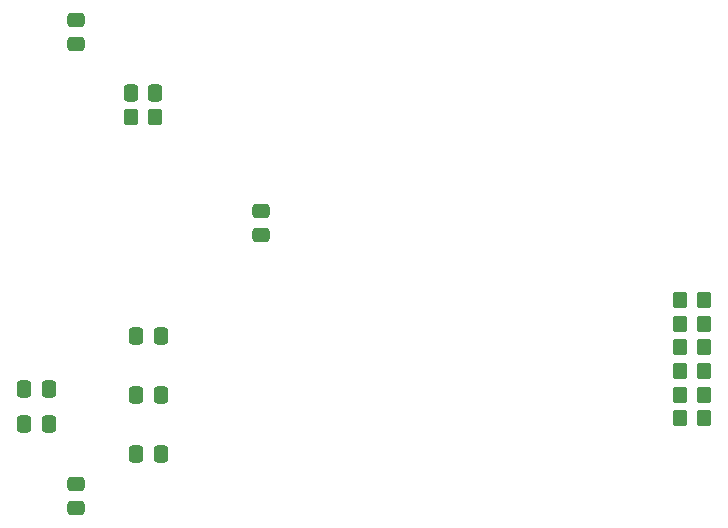
<source format=gtp>
G04 #@! TF.GenerationSoftware,KiCad,Pcbnew,7.0.1*
G04 #@! TF.CreationDate,2023-05-26T07:23:59+02:00*
G04 #@! TF.ProjectId,K_PA_Protec,4b5f5041-5f50-4726-9f74-65632e6b6963,rev?*
G04 #@! TF.SameCoordinates,Original*
G04 #@! TF.FileFunction,Paste,Top*
G04 #@! TF.FilePolarity,Positive*
%FSLAX46Y46*%
G04 Gerber Fmt 4.6, Leading zero omitted, Abs format (unit mm)*
G04 Created by KiCad (PCBNEW 7.0.1) date 2023-05-26 07:23:59*
%MOMM*%
%LPD*%
G01*
G04 APERTURE LIST*
G04 Aperture macros list*
%AMRoundRect*
0 Rectangle with rounded corners*
0 $1 Rounding radius*
0 $2 $3 $4 $5 $6 $7 $8 $9 X,Y pos of 4 corners*
0 Add a 4 corners polygon primitive as box body*
4,1,4,$2,$3,$4,$5,$6,$7,$8,$9,$2,$3,0*
0 Add four circle primitives for the rounded corners*
1,1,$1+$1,$2,$3*
1,1,$1+$1,$4,$5*
1,1,$1+$1,$6,$7*
1,1,$1+$1,$8,$9*
0 Add four rect primitives between the rounded corners*
20,1,$1+$1,$2,$3,$4,$5,0*
20,1,$1+$1,$4,$5,$6,$7,0*
20,1,$1+$1,$6,$7,$8,$9,0*
20,1,$1+$1,$8,$9,$2,$3,0*%
G04 Aperture macros list end*
%ADD10RoundRect,0.250000X-0.350000X-0.450000X0.350000X-0.450000X0.350000X0.450000X-0.350000X0.450000X0*%
%ADD11RoundRect,0.250000X0.337500X0.475000X-0.337500X0.475000X-0.337500X-0.475000X0.337500X-0.475000X0*%
%ADD12RoundRect,0.250000X-0.337500X-0.475000X0.337500X-0.475000X0.337500X0.475000X-0.337500X0.475000X0*%
%ADD13RoundRect,0.250000X0.475000X-0.337500X0.475000X0.337500X-0.475000X0.337500X-0.475000X-0.337500X0*%
G04 APERTURE END LIST*
D10*
X131000000Y-82000000D03*
X133000000Y-82000000D03*
D11*
X87037500Y-86000000D03*
X84962500Y-86000000D03*
D12*
X75462500Y-85500000D03*
X77537500Y-85500000D03*
D13*
X95500000Y-72500000D03*
X95500000Y-70425000D03*
D10*
X131000000Y-88000000D03*
X133000000Y-88000000D03*
X131000000Y-80000000D03*
X133000000Y-80000000D03*
D13*
X79800000Y-95637500D03*
X79800000Y-93562500D03*
D10*
X84500000Y-62500000D03*
X86500000Y-62500000D03*
X131000000Y-84000000D03*
X133000000Y-84000000D03*
X131000000Y-78000000D03*
X133000000Y-78000000D03*
D11*
X87037500Y-81000000D03*
X84962500Y-81000000D03*
D13*
X79800000Y-56337500D03*
X79800000Y-54262500D03*
D12*
X75462500Y-88500000D03*
X77537500Y-88500000D03*
X84462500Y-60500000D03*
X86537500Y-60500000D03*
D10*
X131000000Y-86000000D03*
X133000000Y-86000000D03*
D11*
X87037500Y-91000000D03*
X84962500Y-91000000D03*
M02*

</source>
